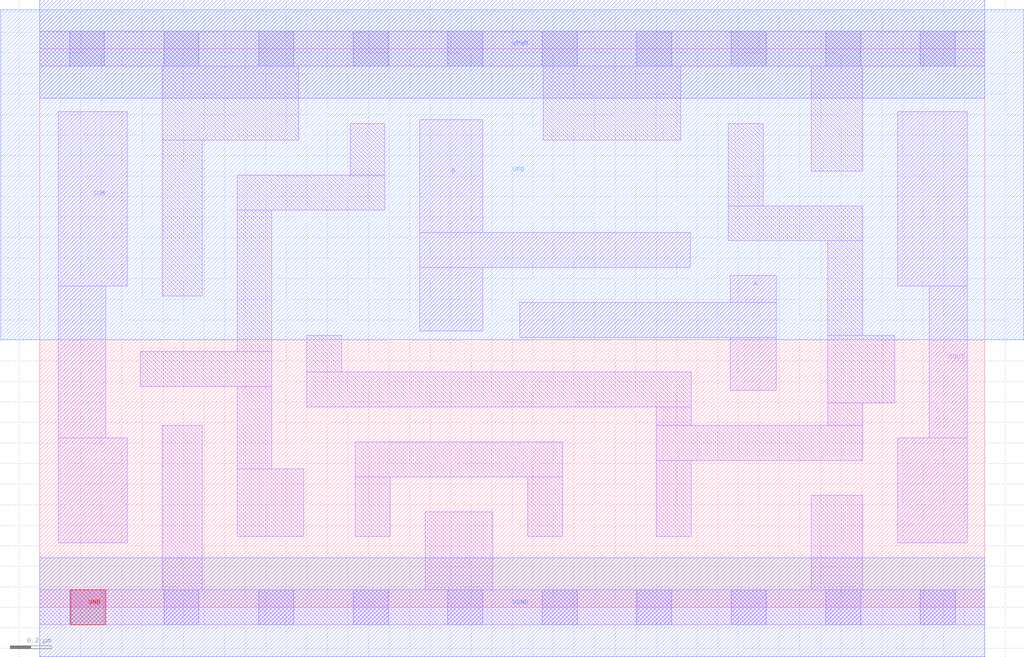
<source format=lef>
# Copyright 2020 The SkyWater PDK Authors
#
# Licensed under the Apache License, Version 2.0 (the "License");
# you may not use this file except in compliance with the License.
# You may obtain a copy of the License at
#
#     https://www.apache.org/licenses/LICENSE-2.0
#
# Unless required by applicable law or agreed to in writing, software
# distributed under the License is distributed on an "AS IS" BASIS,
# WITHOUT WARRANTIES OR CONDITIONS OF ANY KIND, either express or implied.
# See the License for the specific language governing permissions and
# limitations under the License.
#
# SPDX-License-Identifier: Apache-2.0

VERSION 5.7 ;
  NOWIREEXTENSIONATPIN ON ;
  DIVIDERCHAR "/" ;
  BUSBITCHARS "[]" ;
MACRO sky130_fd_sc_hd__ha_1
  CLASS CORE ;
  FOREIGN sky130_fd_sc_hd__ha_1 ;
  ORIGIN  0.000000  0.000000 ;
  SIZE  4.600000 BY  2.720000 ;
  SYMMETRY X Y R90 ;
  SITE unithd ;
  PIN A
    ANTENNAGATEAREA  0.252000 ;
    DIRECTION INPUT ;
    USE SIGNAL ;
    PORT
      LAYER li1 ;
        RECT 2.335000 1.315000 3.585000 1.485000 ;
        RECT 3.360000 1.055000 3.585000 1.315000 ;
        RECT 3.360000 1.485000 3.585000 1.615000 ;
    END
  END A
  PIN B
    ANTENNAGATEAREA  0.252000 ;
    DIRECTION INPUT ;
    USE SIGNAL ;
    PORT
      LAYER li1 ;
        RECT 1.850000 1.345000 2.155000 1.655000 ;
        RECT 1.850000 1.655000 3.165000 1.825000 ;
        RECT 1.850000 1.825000 2.155000 2.375000 ;
    END
  END B
  PIN COUT
    ANTENNADIFFAREA  0.429000 ;
    DIRECTION OUTPUT ;
    USE SIGNAL ;
    PORT
      LAYER li1 ;
        RECT 4.175000 0.315000 4.515000 0.825000 ;
        RECT 4.175000 1.565000 4.515000 2.415000 ;
        RECT 4.330000 0.825000 4.515000 1.565000 ;
    END
  END COUT
  PIN SUM
    ANTENNADIFFAREA  0.429000 ;
    DIRECTION OUTPUT ;
    USE SIGNAL ;
    PORT
      LAYER li1 ;
        RECT 0.090000 0.315000 0.425000 0.825000 ;
        RECT 0.090000 0.825000 0.320000 1.565000 ;
        RECT 0.090000 1.565000 0.425000 2.415000 ;
    END
  END SUM
  PIN VNB
    PORT
      LAYER pwell ;
        RECT 0.150000 -0.085000 0.320000 0.085000 ;
    END
  END VNB
  PIN VPB
    PORT
      LAYER nwell ;
        RECT -0.190000 1.305000 4.790000 2.910000 ;
    END
  END VPB
  PIN VGND
    DIRECTION INOUT ;
    SHAPE ABUTMENT ;
    USE GROUND ;
    PORT
      LAYER met1 ;
        RECT 0.000000 -0.240000 4.600000 0.240000 ;
    END
  END VGND
  PIN VPWR
    DIRECTION INOUT ;
    SHAPE ABUTMENT ;
    USE POWER ;
    PORT
      LAYER met1 ;
        RECT 0.000000 2.480000 4.600000 2.960000 ;
    END
  END VPWR
  OBS
    LAYER li1 ;
      RECT 0.000000 -0.085000 4.600000 0.085000 ;
      RECT 0.000000  2.635000 4.600000 2.805000 ;
      RECT 0.490000  1.075000 1.130000 1.245000 ;
      RECT 0.595000  0.085000 0.790000 0.885000 ;
      RECT 0.595000  1.515000 0.790000 2.275000 ;
      RECT 0.595000  2.275000 1.260000 2.635000 ;
      RECT 0.960000  0.345000 1.285000 0.675000 ;
      RECT 0.960000  0.675000 1.130000 1.075000 ;
      RECT 0.960000  1.245000 1.130000 1.935000 ;
      RECT 0.960000  1.935000 1.680000 2.105000 ;
      RECT 1.300000  0.975000 3.170000 1.145000 ;
      RECT 1.300000  1.145000 1.470000 1.325000 ;
      RECT 1.510000  2.105000 1.680000 2.355000 ;
      RECT 1.535000  0.345000 1.705000 0.635000 ;
      RECT 1.535000  0.635000 2.545000 0.805000 ;
      RECT 1.875000  0.085000 2.205000 0.465000 ;
      RECT 2.375000  0.345000 2.545000 0.635000 ;
      RECT 2.450000  2.275000 3.120000 2.635000 ;
      RECT 3.000000  0.345000 3.170000 0.715000 ;
      RECT 3.000000  0.715000 4.005000 0.885000 ;
      RECT 3.000000  0.885000 3.170000 0.975000 ;
      RECT 3.350000  1.785000 4.005000 1.955000 ;
      RECT 3.350000  1.955000 3.520000 2.355000 ;
      RECT 3.755000  0.085000 4.005000 0.545000 ;
      RECT 3.755000  2.125000 4.005000 2.635000 ;
      RECT 3.835000  0.885000 4.005000 0.995000 ;
      RECT 3.835000  0.995000 4.160000 1.325000 ;
      RECT 3.835000  1.325000 4.005000 1.785000 ;
    LAYER mcon ;
      RECT 0.145000 -0.085000 0.315000 0.085000 ;
      RECT 0.145000  2.635000 0.315000 2.805000 ;
      RECT 0.605000 -0.085000 0.775000 0.085000 ;
      RECT 0.605000  2.635000 0.775000 2.805000 ;
      RECT 1.065000 -0.085000 1.235000 0.085000 ;
      RECT 1.065000  2.635000 1.235000 2.805000 ;
      RECT 1.525000 -0.085000 1.695000 0.085000 ;
      RECT 1.525000  2.635000 1.695000 2.805000 ;
      RECT 1.985000 -0.085000 2.155000 0.085000 ;
      RECT 1.985000  2.635000 2.155000 2.805000 ;
      RECT 2.445000 -0.085000 2.615000 0.085000 ;
      RECT 2.445000  2.635000 2.615000 2.805000 ;
      RECT 2.905000 -0.085000 3.075000 0.085000 ;
      RECT 2.905000  2.635000 3.075000 2.805000 ;
      RECT 3.365000 -0.085000 3.535000 0.085000 ;
      RECT 3.365000  2.635000 3.535000 2.805000 ;
      RECT 3.825000 -0.085000 3.995000 0.085000 ;
      RECT 3.825000  2.635000 3.995000 2.805000 ;
      RECT 4.285000 -0.085000 4.455000 0.085000 ;
      RECT 4.285000  2.635000 4.455000 2.805000 ;
  END
END sky130_fd_sc_hd__ha_1
END LIBRARY

</source>
